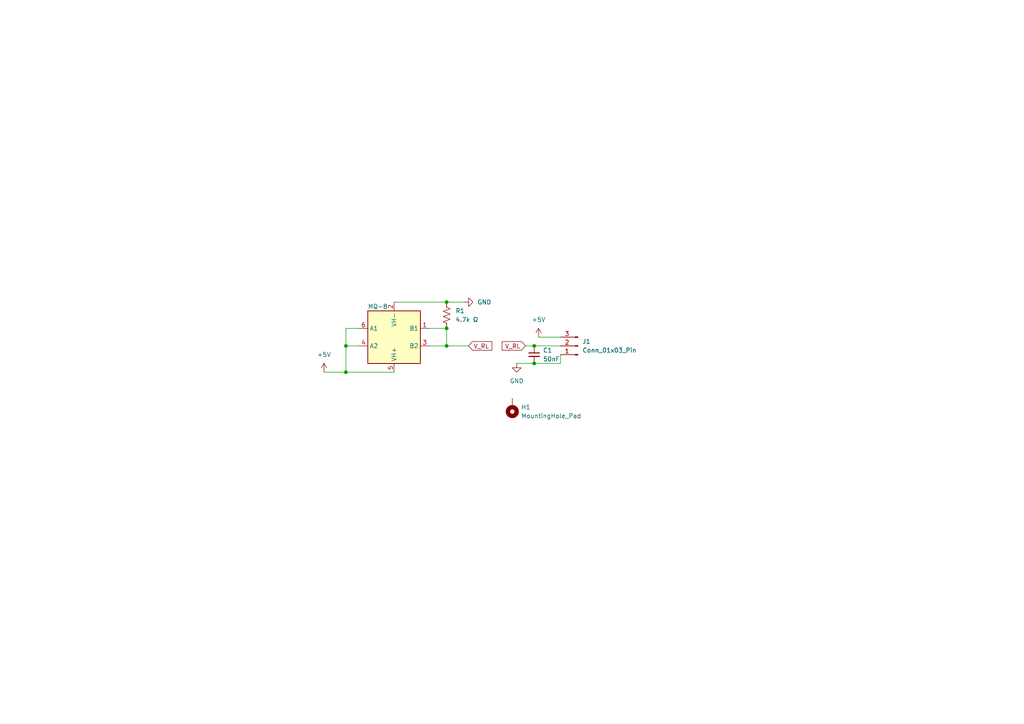
<source format=kicad_sch>
(kicad_sch (version 20230121) (generator eeschema)
  (paper "A4")
  (lib_symbols
    (symbol "Connector:Conn_01x03_Pin" (pin_names (offset 1.016) hide)
      (property "Reference" "J" (at 0 5.08 0))
      (property "Value" "Conn_01x03_Pin" (at 0 -5.08 0))
      (symbol "Conn_01x03_Pin_1_1"
        (polyline (pts (xy 1.27 -2.54) (xy 0.8636 -2.54)) (stroke (width 0.1524)))
        (polyline (pts (xy 1.27 0) (xy 0.8636 0)) (stroke (width 0.1524)))
        (polyline (pts (xy 1.27 2.54) (xy 0.8636 2.54)) (stroke (width 0.1524)))
        (rectangle (start 0.8636 -2.413) (end 0 -2.667) (stroke (width 0.1524)) (fill (type outline)))
        (rectangle (start 0.8636 0.127) (end 0 -0.127) (stroke (width 0.1524)) (fill (type outline)))
        (rectangle (start 0.8636 2.667) (end 0 2.413) (stroke (width 0.1524)) (fill (type outline)))
        (pin passive line (at 5.08 2.54 180) (length 3.81) (name "Pin_1") (number "1"))
        (pin passive line (at 5.08 0 180) (length 3.81) (name "Pin_2") (number "2"))
        (pin passive line (at 5.08 -2.54 180) (length 3.81) (name "Pin_3") (number "3"))
      )
    )
    (symbol "Device:C_Small" (pin_numbers hide) (pin_names (offset 0.254) hide)
      (property "Reference" "C" (at 0.254 1.778 0))
      (property "Value" "C_Small" (at 0.254 -2.032 0))
      (symbol "C_Small_0_1"
        (polyline (pts (xy -1.524 -0.508) (xy 1.524 -0.508)) (stroke (width 0.3302)))
        (polyline (pts (xy -1.524 0.508) (xy 1.524 0.508)) (stroke (width 0.3048)))
      )
      (symbol "C_Small_1_1"
        (pin passive line (at 0 2.54 270) (length 2.032) (name "~") (number "1"))
        (pin passive line (at 0 -2.54 90) (length 2.032) (name "~") (number "2"))
      )
    )
    (symbol "Device:R_US" (pin_numbers hide) (pin_names (offset 0))
      (property "Reference" "R" (at 2.54 0 90))
      (property "Value" "R_US" (at -2.54 0 90))
      (symbol "R_US_0_1"
        (polyline (pts (xy 0 -2.286) (xy 0 -2.54)))
        (polyline (pts (xy 0 2.286) (xy 0 2.54)))
        (polyline (pts (xy 0 -0.762) (xy 1.016 -1.143) (xy 0 -1.524) (xy -1.016 -1.905) (xy 0 -2.286)))
        (polyline (pts (xy 0 0.762) (xy 1.016 0.381) (xy 0 0) (xy -1.016 -0.381) (xy 0 -0.762)))
        (polyline (pts (xy 0 2.286) (xy 1.016 1.905) (xy 0 1.524) (xy -1.016 1.143) (xy 0 0.762)))
      )
      (symbol "R_US_1_1"
        (pin passive line (at 0 3.81 270) (length 1.27) (name "~") (number "1"))
        (pin passive line (at 0 -3.81 90) (length 1.27) (name "~") (number "2"))
      )
    )
    (symbol "Mechanical:MountingHole_Pad" (pin_numbers hide) (pin_names (offset 1.016) hide)
      (property "Reference" "H" (at 0 6.35 0))
      (property "Value" "MountingHole_Pad" (at 0 4.445 0))
      (symbol "MountingHole_Pad_0_1"
        (circle (center 0 1.27) (radius 1.27) (stroke (width 1.27)))
      )
      (symbol "MountingHole_Pad_1_1"
        (pin input line (at 0 -2.54 90) (length 2.54) (name "1") (number "1"))
      )
    )
    (symbol "Sensor_h2sen_winsen_mq8:MQ-8"
      (property "Reference" "U1" (at 2.0194 12.7 0))
      (property "Value" "MQ-8" (at 2.0194 10.16 0))
      (symbol "MQ-8_0_1"
        (rectangle (start -7.62 7.62) (end 7.62 -7.62) (stroke (width 0.254)) (fill (type background)))
      )
      (symbol "MQ-8_1_1"
        (pin passive line (at 10.16 2.54 180) (length 2.54) (name "B1") (number "1"))
        (pin power_in line (at 0 10.16 270) (length 2.54) (name "VH-") (number "2"))
        (pin passive line (at 10.16 -2.54 180) (length 2.54) (name "B2") (number "3"))
        (pin passive line (at -10.16 -2.54 0) (length 2.54) (name "A2") (number "4"))
        (pin power_in line (at 0 -10.16 90) (length 2.54) (name "VH+") (number "5"))
        (pin passive line (at -10.16 2.54 0) (length 2.54) (name "A1") (number "6"))
      )
    )
    (symbol "power:+5V" (power) (pin_names (offset 0))
      (property "Value" "+5V" (at 0 3.556 0))
      (symbol "+5V_0_1"
        (polyline (pts (xy -0.762 1.27) (xy 0 2.54)))
        (polyline (pts (xy 0 0) (xy 0 2.54)))
        (polyline (pts (xy 0 2.54) (xy 0.762 1.27)))
      )
      (symbol "+5V_1_1"
        (pin power_in line (at 0 0 90) (length 0) hide (name "+5V") (number "1"))
      )
    )
    (symbol "power:GND" (power) (pin_names (offset 0))
      (property "Value" "GND" (at 0 -3.81 0))
      (symbol "GND_0_1"
        (polyline (pts (xy 0 0) (xy 0 -1.27) (xy 1.27 -1.27) (xy 0 -2.54) (xy -1.27 -1.27) (xy 0 -1.27)))
      )
      (symbol "GND_1_1"
        (pin power_in line (at 0 0 270) (length 0) hide (name "GND") (number "1"))
      )
    )
  )
  (junction (at 129.54 87.63))
  (junction (at 100.33 100.33))
  (junction (at 129.54 95.25))
  (junction (at 154.94 100.33))
  (junction (at 100.33 107.95))
  (junction (at 154.94 105.41))
  (junction (at 129.54 100.33))
  (wire (pts (xy 129.54 95.25) (xy 129.54 100.33)))
  (wire (pts (xy 100.33 100.33) (xy 100.33 95.25)))
  (wire (pts (xy 124.46 100.33) (xy 129.54 100.33)))
  (wire (pts (xy 129.54 87.63) (xy 134.62 87.63)))
  (wire (pts (xy 104.14 95.25) (xy 100.33 95.25)))
  (wire (pts (xy 104.14 100.33) (xy 100.33 100.33)))
  (wire (pts (xy 156.21 97.79) (xy 162.56 97.79)))
  (wire (pts (xy 114.3 107.95) (xy 100.33 107.95)))
  (wire (pts (xy 100.33 107.95) (xy 100.33 100.33)))
  (wire (pts (xy 154.94 105.41) (xy 162.56 105.41)))
  (wire (pts (xy 114.3 87.63) (xy 129.54 87.63)))
  (wire (pts (xy 93.98 107.95) (xy 100.33 107.95)))
  (wire (pts (xy 135.89 100.33) (xy 129.54 100.33)))
  (wire (pts (xy 162.56 105.41) (xy 162.56 102.87)))
  (wire (pts (xy 152.4 100.33) (xy 154.94 100.33)))
  (wire (pts (xy 154.94 100.33) (xy 162.56 100.33)))
  (wire (pts (xy 149.86 105.41) (xy 154.94 105.41)))
  (wire (pts (xy 124.46 95.25) (xy 129.54 95.25)))
  (global_label "V_RL" (shape input) (at 152.4 100.33 180) (property "Intersheetrefs" "${INTERSHEET_REFS}" (effects hide)))
  (global_label "V_RL" (shape input) (at 135.89 100.33 0) (property "Intersheetrefs" "${INTERSHEET_REFS}" (effects hide)))
  (symbol (lib_id "Sensor_h2sen_winsen_mq8:MQ-8") (at 114.3 97.79 0) (unit 1)
    (property "Reference" "MQ-8" (at 106.68 88.9 0) (effects (justify left)))
    (property "Value" "MQ-8" (effects hide))
    (property "Footprint" "Modular sensor footprints:MQ-8" (effects hide))
    (property "Datasheet" "https://www.winsen-sensor.com/d/files/mq-8-(ver1_6)---manual.pdf" (effects hide))
  )
  (symbol (lib_id "power:+5V") (at 156.21 97.79 0) (unit 1)
    (property "Reference" "#PWR02" (effects hide))
    (property "Value" "+5V" (at 156.21 92.71 0))
  )
  (symbol (lib_id "Device:R_US") (at 129.54 91.44 0) (unit 1)
    (property "Reference" "R1" (at 132.08 90.17 0) (effects (justify left)))
    (property "Value" "4.7k Ω" (at 132.08 92.71 0) (effects (justify left)))
    (property "Footprint" "Resistor_SMD:R_1206_3216Metric_Pad1.30x1.75mm_HandSolder" (effects hide))
    (property "LCSC" "C414910" (effects hide))
  )
  (symbol (lib_id "Connector:Conn_01x03_Pin") (at 167.64 100.33 180) (unit 1)
    (property "Reference" "J1" (at 168.91 99.06 0) (effects (justify right)))
    (property "Value" "Conn_01x03_Pin" (at 168.91 101.6 0) (effects (justify right)))
    (property "Footprint" "Connector_PinHeader_2.54mm:PinHeader_1x03_P2.54mm_Vertical" (effects hide))
    (property "LCSC" "C49257" (effects hide))
  )
  (symbol (lib_id "power:GND") (at 134.62 87.63 90) (unit 1)
    (property "Reference" "#PWR0102" (effects hide))
    (property "Value" "GND" (at 138.43 87.63 90) (effects (justify right)))
  )
  (symbol (lib_id "Mechanical:MountingHole_Pad") (at 148.59 118.11 180) (unit 1)
    (property "Reference" "H1" (at 151.13 118.11 0) (effects (justify right)))
    (property "Value" "MountingHole_Pad" (at 151.13 120.65 0) (effects (justify right)))
    (property "Footprint" "MountingHole:MountingHole_3.2mm_M3_Pad" (effects hide))
  )
  (symbol (lib_id "power:GND") (at 149.86 105.41 0) (unit 1)
    (property "Reference" "#PWR01" (effects hide))
    (property "Value" "GND" (at 149.86 110.49 0))
  )
  (symbol (lib_id "power:+5V") (at 93.98 107.95 0) (unit 1)
    (property "Reference" "#PWR0101" (effects hide))
    (property "Value" "+5V" (at 93.98 102.87 0))
  )
  (symbol (lib_id "Device:C_Small") (at 154.94 102.87 0) (unit 1)
    (property "Reference" "C1" (at 157.48 101.6063 0) (effects (justify left)))
    (property "Value" "50nF" (at 157.48 104.1463 0) (effects (justify left)))
    (property "Footprint" "Capacitor_SMD:C_1206_3216Metric_Pad1.33x1.80mm_HandSolder" (effects hide))
    (property "LCSC" "C9807" (effects hide))
  )
)
</source>
